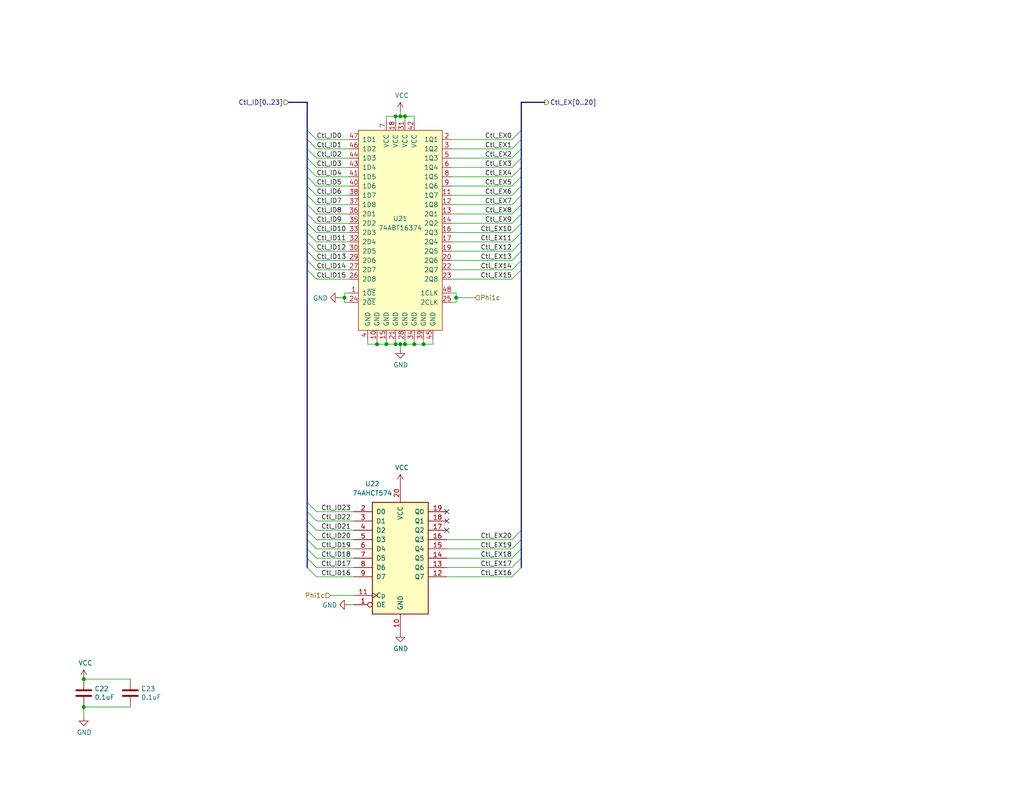
<source format=kicad_sch>
(kicad_sch (version 20230121) (generator eeschema)
  (paper "USLetter")
  (title_block (title "ID/EX Control Register") (date "2023-11-15") (rev "A"))
  (lib_symbols
    (symbol "74xx (kicad5):74ABT16374" (pin_names (offset 1.016))
      (property "Reference" "U" (at 0 1.27 0))
      (property "Value" "74ABT16374" (at 0 -1.27 0))
      (symbol "74ABT16374_0_0"
        (pin input line (at -13.97 -20.32 0) (length 2.54) (name "1~{OE}") (number "1"))
        (pin power_in line (at -6.35 -33.02 90) (length 2.54) (name "GND") (number "10"))
        (pin tri_state line (at 13.97 6.35 180) (length 2.54) (name "1Q7") (number "11"))
        (pin tri_state line (at 13.97 3.81 180) (length 2.54) (name "1Q8") (number "12"))
        (pin tri_state line (at 13.97 1.27 180) (length 2.54) (name "2Q1") (number "13"))
        (pin tri_state line (at 13.97 -1.27 180) (length 2.54) (name "2Q2") (number "14"))
        (pin power_in line (at -3.81 -33.02 90) (length 2.54) (name "GND") (number "15"))
        (pin tri_state line (at 13.97 -3.81 180) (length 2.54) (name "2Q3") (number "16"))
        (pin tri_state line (at 13.97 -6.35 180) (length 2.54) (name "2Q4") (number "17"))
        (pin power_in line (at -1.27 26.67 270) (length 2.54) (name "VCC") (number "18"))
        (pin tri_state line (at 13.97 -8.89 180) (length 2.54) (name "2Q5") (number "19"))
        (pin tri_state line (at 13.97 21.59 180) (length 2.54) (name "1Q1") (number "2"))
        (pin tri_state line (at 13.97 -11.43 180) (length 2.54) (name "2Q6") (number "20"))
        (pin power_in line (at -1.27 -33.02 90) (length 2.54) (name "GND") (number "21"))
        (pin tri_state line (at 13.97 -13.97 180) (length 2.54) (name "2Q7") (number "22"))
        (pin tri_state line (at 13.97 -16.51 180) (length 2.54) (name "2Q8") (number "23"))
        (pin input line (at -13.97 -22.86 0) (length 2.54) (name "2~{OE}") (number "24"))
        (pin input line (at 13.97 -22.86 180) (length 2.54) (name "2CLK") (number "25"))
        (pin input line (at -13.97 -16.51 0) (length 2.54) (name "2D8") (number "26"))
        (pin input line (at -13.97 -13.97 0) (length 2.54) (name "2D7") (number "27"))
        (pin power_in line (at 1.27 -33.02 90) (length 2.54) (name "GND") (number "28"))
        (pin input line (at -13.97 -11.43 0) (length 2.54) (name "2D6") (number "29"))
        (pin tri_state line (at 13.97 19.05 180) (length 2.54) (name "1Q2") (number "3"))
        (pin input line (at -13.97 -8.89 0) (length 2.54) (name "2D5") (number "30"))
        (pin power_in line (at 1.27 26.67 270) (length 2.54) (name "VCC") (number "31"))
        (pin input line (at -13.97 -6.35 0) (length 2.54) (name "2D4") (number "32"))
        (pin input line (at -13.97 -3.81 0) (length 2.54) (name "2D3") (number "33"))
        (pin power_in line (at 3.81 -33.02 90) (length 2.54) (name "GND") (number "34"))
        (pin input line (at -13.97 -1.27 0) (length 2.54) (name "2D2") (number "35"))
        (pin input line (at -13.97 1.27 0) (length 2.54) (name "2D1") (number "36"))
        (pin input line (at -13.97 3.81 0) (length 2.54) (name "1D8") (number "37"))
        (pin input line (at -13.97 6.35 0) (length 2.54) (name "1D7") (number "38"))
        (pin power_in line (at 6.35 -33.02 90) (length 2.54) (name "GND") (number "39"))
        (pin power_in line (at -8.89 -33.02 90) (length 2.54) (name "GND") (number "4"))
        (pin input line (at -13.97 8.89 0) (length 2.54) (name "1D6") (number "40"))
        (pin input line (at -13.97 11.43 0) (length 2.54) (name "1D5") (number "41"))
        (pin power_in line (at 3.81 26.67 270) (length 2.54) (name "VCC") (number "42"))
        (pin input line (at -13.97 13.97 0) (length 2.54) (name "1D4") (number "43"))
        (pin input line (at -13.97 16.51 0) (length 2.54) (name "1D3") (number "44"))
        (pin power_in line (at 8.89 -33.02 90) (length 2.54) (name "GND") (number "45"))
        (pin input line (at -13.97 19.05 0) (length 2.54) (name "1D2") (number "46"))
        (pin input line (at -13.97 21.59 0) (length 2.54) (name "1D1") (number "47"))
        (pin input line (at 13.97 -20.32 180) (length 2.54) (name "1CLK") (number "48"))
        (pin tri_state line (at 13.97 16.51 180) (length 2.54) (name "1Q3") (number "5"))
        (pin tri_state line (at 13.97 13.97 180) (length 2.54) (name "1Q4") (number "6"))
        (pin power_in line (at -3.81 26.67 270) (length 2.54) (name "VCC") (number "7"))
        (pin tri_state line (at 13.97 11.43 180) (length 2.54) (name "1Q5") (number "8"))
        (pin tri_state line (at 13.97 8.89 180) (length 2.54) (name "1Q6") (number "9"))
      )
      (symbol "74ABT16374_0_1"
        (rectangle (start -11.43 24.13) (end 11.43 -30.48) (fill (type background)))
      )
    )
    (symbol "74xx:74LS574" (pin_names (offset 1.016))
      (property "Reference" "U" (at -7.62 16.51 0))
      (property "Value" "74LS574" (at -7.62 -16.51 0))
      (symbol "74LS574_1_0"
        (pin input inverted (at -12.7 -12.7 0) (length 5.08) (name "OE") (number "1"))
        (pin power_in line (at 0 -20.32 90) (length 5.08) (name "GND") (number "10"))
        (pin input clock (at -12.7 -10.16 0) (length 5.08) (name "Cp") (number "11"))
        (pin tri_state line (at 12.7 -5.08 180) (length 5.08) (name "Q7") (number "12"))
        (pin tri_state line (at 12.7 -2.54 180) (length 5.08) (name "Q6") (number "13"))
        (pin tri_state line (at 12.7 0 180) (length 5.08) (name "Q5") (number "14"))
        (pin tri_state line (at 12.7 2.54 180) (length 5.08) (name "Q4") (number "15"))
        (pin tri_state line (at 12.7 5.08 180) (length 5.08) (name "Q3") (number "16"))
        (pin tri_state line (at 12.7 7.62 180) (length 5.08) (name "Q2") (number "17"))
        (pin tri_state line (at 12.7 10.16 180) (length 5.08) (name "Q1") (number "18"))
        (pin tri_state line (at 12.7 12.7 180) (length 5.08) (name "Q0") (number "19"))
        (pin input line (at -12.7 12.7 0) (length 5.08) (name "D0") (number "2"))
        (pin power_in line (at 0 20.32 270) (length 5.08) (name "VCC") (number "20"))
        (pin input line (at -12.7 10.16 0) (length 5.08) (name "D1") (number "3"))
        (pin input line (at -12.7 7.62 0) (length 5.08) (name "D2") (number "4"))
        (pin input line (at -12.7 5.08 0) (length 5.08) (name "D3") (number "5"))
        (pin input line (at -12.7 2.54 0) (length 5.08) (name "D4") (number "6"))
        (pin input line (at -12.7 0 0) (length 5.08) (name "D5") (number "7"))
        (pin input line (at -12.7 -2.54 0) (length 5.08) (name "D6") (number "8"))
        (pin input line (at -12.7 -5.08 0) (length 5.08) (name "D7") (number "9"))
      )
      (symbol "74LS574_1_1"
        (rectangle (start -7.62 15.24) (end 7.62 -15.24) (stroke (width 0.254)) (fill (type background)))
      )
    )
    (symbol "Device:C" (pin_numbers hide) (pin_names (offset 0.254))
      (property "Reference" "C" (at 0.635 2.54 0))
      (property "Value" "C" (at 0.635 -2.54 0))
      (symbol "C_0_1"
        (polyline (pts (xy -2.032 -0.762) (xy 2.032 -0.762)) (stroke (width 0.508)))
        (polyline (pts (xy -2.032 0.762) (xy 2.032 0.762)) (stroke (width 0.508)))
      )
      (symbol "C_1_1"
        (pin passive line (at 0 3.81 270) (length 2.794) (name "~") (number "1"))
        (pin passive line (at 0 -3.81 90) (length 2.794) (name "~") (number "2"))
      )
    )
    (symbol "power:GND" (power) (pin_names (offset 0))
      (property "Value" "GND" (at 0 -3.81 0))
      (symbol "GND_0_1"
        (polyline (pts (xy 0 0) (xy 0 -1.27) (xy 1.27 -1.27) (xy 0 -2.54) (xy -1.27 -1.27) (xy 0 -1.27)))
      )
      (symbol "GND_1_1"
        (pin power_in line (at 0 0 270) (length 0) hide (name "GND") (number "1"))
      )
    )
    (symbol "power:VCC" (power) (pin_names (offset 0))
      (property "Value" "VCC" (at 0 3.81 0))
      (symbol "VCC_0_1"
        (polyline (pts (xy -0.762 1.27) (xy 0 2.54)))
        (polyline (pts (xy 0 0) (xy 0 2.54)))
        (polyline (pts (xy 0 2.54) (xy 0.762 1.27)))
      )
      (symbol "VCC_1_1"
        (pin power_in line (at 0 0 90) (length 0) hide (name "VCC") (number "1"))
      )
    )
  )
  (junction (at 110.49 31.75))
  (junction (at 110.49 93.98))
  (junction (at 107.95 31.75))
  (junction (at 22.86 193.04))
  (junction (at 93.98 81.28))
  (junction (at 22.86 185.42))
  (junction (at 124.46 81.28))
  (junction (at 107.95 93.98))
  (junction (at 109.22 31.75))
  (junction (at 109.22 93.98))
  (junction (at 105.41 93.98))
  (junction (at 102.87 93.98))
  (junction (at 113.03 93.98))
  (junction (at 115.57 93.98))
  (no_connect (at 121.92 139.7))
  (no_connect (at 121.92 142.24))
  (no_connect (at 121.92 144.78))
  (bus_entry (at 142.24 53.34) (size -2.54 2.54))
  (bus_entry (at 83.82 55.88) (size 2.54 2.54))
  (bus_entry (at 142.24 68.58) (size -2.54 2.54))
  (bus_entry (at 83.82 58.42) (size 2.54 2.54))
  (bus_entry (at 142.24 43.18) (size -2.54 2.54))
  (bus_entry (at 83.82 152.4) (size 2.54 2.54))
  (bus_entry (at 83.82 144.78) (size 2.54 2.54))
  (bus_entry (at 142.24 38.1) (size -2.54 2.54))
  (bus_entry (at 142.24 152.4) (size -2.54 2.54))
  (bus_entry (at 142.24 71.12) (size -2.54 2.54))
  (bus_entry (at 142.24 40.64) (size -2.54 2.54))
  (bus_entry (at 83.82 60.96) (size 2.54 2.54))
  (bus_entry (at 83.82 43.18) (size 2.54 2.54))
  (bus_entry (at 83.82 137.16) (size 2.54 2.54))
  (bus_entry (at 83.82 139.7) (size 2.54 2.54))
  (bus_entry (at 83.82 142.24) (size 2.54 2.54))
  (bus_entry (at 142.24 35.56) (size -2.54 2.54))
  (bus_entry (at 83.82 63.5) (size 2.54 2.54))
  (bus_entry (at 142.24 50.8) (size -2.54 2.54))
  (bus_entry (at 142.24 60.96) (size -2.54 2.54))
  (bus_entry (at 83.82 147.32) (size 2.54 2.54))
  (bus_entry (at 83.82 48.26) (size 2.54 2.54))
  (bus_entry (at 83.82 38.1) (size 2.54 2.54))
  (bus_entry (at 142.24 63.5) (size -2.54 2.54))
  (bus_entry (at 83.82 35.56) (size 2.54 2.54))
  (bus_entry (at 83.82 53.34) (size 2.54 2.54))
  (bus_entry (at 83.82 45.72) (size 2.54 2.54))
  (bus_entry (at 83.82 68.58) (size 2.54 2.54))
  (bus_entry (at 142.24 48.26) (size -2.54 2.54))
  (bus_entry (at 142.24 154.94) (size -2.54 2.54))
  (bus_entry (at 142.24 149.86) (size -2.54 2.54))
  (bus_entry (at 142.24 45.72) (size -2.54 2.54))
  (bus_entry (at 142.24 58.42) (size -2.54 2.54))
  (bus_entry (at 83.82 149.86) (size 2.54 2.54))
  (bus_entry (at 142.24 66.04) (size -2.54 2.54))
  (bus_entry (at 142.24 55.88) (size -2.54 2.54))
  (bus_entry (at 142.24 147.32) (size -2.54 2.54))
  (bus_entry (at 83.82 50.8) (size 2.54 2.54))
  (bus_entry (at 142.24 144.78) (size -2.54 2.54))
  (bus_entry (at 83.82 66.04) (size 2.54 2.54))
  (bus_entry (at 83.82 71.12) (size 2.54 2.54))
  (bus_entry (at 83.82 154.94) (size 2.54 2.54))
  (bus_entry (at 83.82 40.64) (size 2.54 2.54))
  (bus_entry (at 83.82 73.66) (size 2.54 2.54))
  (bus_entry (at 142.24 73.66) (size -2.54 2.54))
  (wire (pts (xy 86.36 43.18) (xy 95.25 43.18)))
  (bus (pts (xy 83.82 38.1) (xy 83.82 40.64)))
  (wire (pts (xy 139.7 154.94) (xy 121.92 154.94)))
  (wire (pts (xy 124.46 82.55) (xy 123.19 82.55)))
  (bus (pts (xy 83.82 27.94) (xy 83.82 35.56)))
  (wire (pts (xy 100.33 92.71) (xy 100.33 93.98)))
  (bus (pts (xy 142.24 27.94) (xy 142.24 35.56)))
  (wire (pts (xy 139.7 60.96) (xy 123.19 60.96)))
  (wire (pts (xy 139.7 38.1) (xy 123.19 38.1)))
  (wire (pts (xy 115.57 92.71) (xy 115.57 93.98)))
  (wire (pts (xy 107.95 93.98) (xy 109.22 93.98)))
  (wire (pts (xy 35.56 193.04) (xy 22.86 193.04)))
  (wire (pts (xy 86.36 53.34) (xy 95.25 53.34)))
  (wire (pts (xy 107.95 31.75) (xy 109.22 31.75)))
  (wire (pts (xy 86.36 68.58) (xy 95.25 68.58)))
  (bus (pts (xy 83.82 35.56) (xy 83.82 38.1)))
  (wire (pts (xy 86.36 66.04) (xy 95.25 66.04)))
  (bus (pts (xy 142.24 45.72) (xy 142.24 48.26)))
  (wire (pts (xy 139.7 157.48) (xy 121.92 157.48)))
  (bus (pts (xy 83.82 152.4) (xy 83.82 154.94)))
  (wire (pts (xy 86.36 55.88) (xy 95.25 55.88)))
  (wire (pts (xy 109.22 93.98) (xy 109.22 95.25)))
  (wire (pts (xy 139.7 55.88) (xy 123.19 55.88)))
  (bus (pts (xy 83.82 137.16) (xy 83.82 139.7)))
  (wire (pts (xy 113.03 31.75) (xy 113.03 33.02)))
  (wire (pts (xy 139.7 43.18) (xy 123.19 43.18)))
  (wire (pts (xy 93.98 81.28) (xy 93.98 82.55)))
  (wire (pts (xy 109.22 31.75) (xy 110.49 31.75)))
  (bus (pts (xy 142.24 53.34) (xy 142.24 55.88)))
  (wire (pts (xy 109.22 93.98) (xy 110.49 93.98)))
  (bus (pts (xy 83.82 43.18) (xy 83.82 45.72)))
  (bus (pts (xy 142.24 35.56) (xy 142.24 38.1)))
  (wire (pts (xy 139.7 66.04) (xy 123.19 66.04)))
  (bus (pts (xy 142.24 149.86) (xy 142.24 152.4)))
  (bus (pts (xy 142.24 55.88) (xy 142.24 58.42)))
  (bus (pts (xy 83.82 68.58) (xy 83.82 71.12)))
  (bus (pts (xy 142.24 40.64) (xy 142.24 43.18)))
  (bus (pts (xy 142.24 147.32) (xy 142.24 149.86)))
  (wire (pts (xy 105.41 92.71) (xy 105.41 93.98)))
  (wire (pts (xy 139.7 53.34) (xy 123.19 53.34)))
  (bus (pts (xy 83.82 144.78) (xy 83.82 147.32)))
  (wire (pts (xy 86.36 73.66) (xy 95.25 73.66)))
  (wire (pts (xy 86.36 144.78) (xy 96.52 144.78)))
  (bus (pts (xy 83.82 63.5) (xy 83.82 66.04)))
  (wire (pts (xy 102.87 92.71) (xy 102.87 93.98)))
  (wire (pts (xy 86.36 63.5) (xy 95.25 63.5)))
  (wire (pts (xy 110.49 93.98) (xy 113.03 93.98)))
  (wire (pts (xy 86.36 58.42) (xy 95.25 58.42)))
  (bus (pts (xy 148.59 27.94) (xy 142.24 27.94)))
  (wire (pts (xy 86.36 149.86) (xy 96.52 149.86)))
  (wire (pts (xy 139.7 147.32) (xy 121.92 147.32)))
  (wire (pts (xy 139.7 152.4) (xy 121.92 152.4)))
  (bus (pts (xy 142.24 63.5) (xy 142.24 66.04)))
  (wire (pts (xy 86.36 76.2) (xy 95.25 76.2)))
  (bus (pts (xy 142.24 73.66) (xy 142.24 144.78)))
  (wire (pts (xy 86.36 45.72) (xy 95.25 45.72)))
  (bus (pts (xy 142.24 66.04) (xy 142.24 68.58)))
  (wire (pts (xy 22.86 195.58) (xy 22.86 193.04)))
  (wire (pts (xy 86.36 71.12) (xy 95.25 71.12)))
  (wire (pts (xy 123.19 80.01) (xy 124.46 80.01)))
  (wire (pts (xy 86.36 147.32) (xy 96.52 147.32)))
  (wire (pts (xy 93.98 80.01) (xy 93.98 81.28)))
  (wire (pts (xy 109.22 30.48) (xy 109.22 31.75)))
  (bus (pts (xy 142.24 58.42) (xy 142.24 60.96)))
  (wire (pts (xy 86.36 38.1) (xy 95.25 38.1)))
  (wire (pts (xy 110.49 31.75) (xy 113.03 31.75)))
  (wire (pts (xy 118.11 93.98) (xy 118.11 92.71)))
  (wire (pts (xy 86.36 157.48) (xy 96.52 157.48)))
  (bus (pts (xy 142.24 152.4) (xy 142.24 154.94)))
  (wire (pts (xy 139.7 50.8) (xy 123.19 50.8)))
  (wire (pts (xy 102.87 93.98) (xy 105.41 93.98)))
  (wire (pts (xy 90.17 162.56) (xy 96.52 162.56)))
  (wire (pts (xy 107.95 92.71) (xy 107.95 93.98)))
  (bus (pts (xy 83.82 50.8) (xy 83.82 53.34)))
  (bus (pts (xy 83.82 71.12) (xy 83.82 73.66)))
  (wire (pts (xy 107.95 33.02) (xy 107.95 31.75)))
  (bus (pts (xy 83.82 73.66) (xy 83.82 137.16)))
  (wire (pts (xy 124.46 81.28) (xy 129.54 81.28)))
  (wire (pts (xy 110.49 92.71) (xy 110.49 93.98)))
  (wire (pts (xy 86.36 48.26) (xy 95.25 48.26)))
  (wire (pts (xy 86.36 142.24) (xy 96.52 142.24)))
  (wire (pts (xy 86.36 152.4) (xy 96.52 152.4)))
  (bus (pts (xy 142.24 43.18) (xy 142.24 45.72)))
  (wire (pts (xy 105.41 33.02) (xy 105.41 31.75)))
  (bus (pts (xy 83.82 149.86) (xy 83.82 152.4)))
  (wire (pts (xy 113.03 93.98) (xy 115.57 93.98)))
  (bus (pts (xy 142.24 38.1) (xy 142.24 40.64)))
  (wire (pts (xy 93.98 81.28) (xy 92.71 81.28)))
  (wire (pts (xy 139.7 63.5) (xy 123.19 63.5)))
  (bus (pts (xy 83.82 45.72) (xy 83.82 48.26)))
  (wire (pts (xy 105.41 93.98) (xy 107.95 93.98)))
  (bus (pts (xy 83.82 53.34) (xy 83.82 55.88)))
  (wire (pts (xy 139.7 48.26) (xy 123.19 48.26)))
  (bus (pts (xy 142.24 144.78) (xy 142.24 147.32)))
  (wire (pts (xy 100.33 93.98) (xy 102.87 93.98)))
  (wire (pts (xy 115.57 93.98) (xy 118.11 93.98)))
  (bus (pts (xy 78.74 27.94) (xy 83.82 27.94)))
  (bus (pts (xy 83.82 142.24) (xy 83.82 144.78)))
  (wire (pts (xy 139.7 68.58) (xy 123.19 68.58)))
  (wire (pts (xy 113.03 92.71) (xy 113.03 93.98)))
  (wire (pts (xy 139.7 45.72) (xy 123.19 45.72)))
  (bus (pts (xy 83.82 48.26) (xy 83.82 50.8)))
  (bus (pts (xy 83.82 40.64) (xy 83.82 43.18)))
  (wire (pts (xy 110.49 33.02) (xy 110.49 31.75)))
  (bus (pts (xy 83.82 147.32) (xy 83.82 149.86)))
  (wire (pts (xy 95.25 165.1) (xy 96.52 165.1)))
  (wire (pts (xy 139.7 40.64) (xy 123.19 40.64)))
  (bus (pts (xy 83.82 66.04) (xy 83.82 68.58)))
  (bus (pts (xy 142.24 48.26) (xy 142.24 50.8)))
  (bus (pts (xy 142.24 71.12) (xy 142.24 73.66)))
  (bus (pts (xy 83.82 139.7) (xy 83.82 142.24)))
  (wire (pts (xy 95.25 80.01) (xy 93.98 80.01)))
  (wire (pts (xy 86.36 40.64) (xy 95.25 40.64)))
  (wire (pts (xy 22.86 185.42) (xy 35.56 185.42)))
  (wire (pts (xy 86.36 139.7) (xy 96.52 139.7)))
  (bus (pts (xy 142.24 68.58) (xy 142.24 71.12)))
  (bus (pts (xy 83.82 58.42) (xy 83.82 60.96)))
  (wire (pts (xy 139.7 149.86) (xy 121.92 149.86)))
  (wire (pts (xy 124.46 80.01) (xy 124.46 81.28)))
  (bus (pts (xy 83.82 60.96) (xy 83.82 63.5)))
  (wire (pts (xy 139.7 76.2) (xy 123.19 76.2)))
  (wire (pts (xy 86.36 50.8) (xy 95.25 50.8)))
  (wire (pts (xy 139.7 71.12) (xy 123.19 71.12)))
  (bus (pts (xy 83.82 55.88) (xy 83.82 58.42)))
  (bus (pts (xy 142.24 50.8) (xy 142.24 53.34)))
  (wire (pts (xy 93.98 82.55) (xy 95.25 82.55)))
  (wire (pts (xy 105.41 31.75) (xy 107.95 31.75)))
  (wire (pts (xy 139.7 58.42) (xy 123.19 58.42)))
  (wire (pts (xy 86.36 154.94) (xy 96.52 154.94)))
  (wire (pts (xy 139.7 73.66) (xy 123.19 73.66)))
  (wire (pts (xy 124.46 81.28) (xy 124.46 82.55)))
  (wire (pts (xy 86.36 60.96) (xy 95.25 60.96)))
  (bus (pts (xy 142.24 60.96) (xy 142.24 63.5)))
  (label "Ctl_EX0" (at 139.7 38.1 180))
  (label "Ctl_EX11" (at 139.7 66.04 180))
  (label "Ctl_EX8" (at 139.7 58.42 180))
  (label "Ctl_ID14" (at 86.36 73.66 0))
  (label "Ctl_ID12" (at 86.36 68.58 0))
  (label "Ctl_EX9" (at 139.7 60.96 180))
  (label "Ctl_ID17" (at 87.63 154.94 0))
  (label "Ctl_EX10" (at 139.7 63.5 180))
  (label "Ctl_EX16" (at 139.7 157.48 180))
  (label "Ctl_ID7" (at 86.36 55.88 0))
  (label "Ctl_ID0" (at 86.36 38.1 0))
  (label "Ctl_ID3" (at 86.36 45.72 0))
  (label "Ctl_EX18" (at 139.7 152.4 180))
  (label "Ctl_EX12" (at 139.7 68.58 180))
  (label "Ctl_ID22" (at 87.63 142.24 0))
  (label "Ctl_EX20" (at 139.7 147.32 180))
  (label "Ctl_EX15" (at 139.7 76.2 180))
  (label "Ctl_ID21" (at 87.63 144.78 0))
  (label "Ctl_ID2" (at 86.36 43.18 0))
  (label "Ctl_ID15" (at 86.36 76.2 0))
  (label "Ctl_EX5" (at 139.7 50.8 180))
  (label "Ctl_ID13" (at 86.36 71.12 0))
  (label "Ctl_ID4" (at 86.36 48.26 0))
  (label "Ctl_EX7" (at 139.7 55.88 180))
  (label "Ctl_EX17" (at 139.7 154.94 180))
  (label "Ctl_EX1" (at 139.7 40.64 180))
  (label "Ctl_ID11" (at 86.36 66.04 0))
  (label "Ctl_EX2" (at 139.7 43.18 180))
  (label "Ctl_ID16" (at 87.63 157.48 0))
  (label "Ctl_ID6" (at 86.36 53.34 0))
  (label "Ctl_ID1" (at 86.36 40.64 0))
  (label "Ctl_ID8" (at 86.36 58.42 0))
  (label "Ctl_EX6" (at 139.7 53.34 180))
  (label "Ctl_ID20" (at 87.63 147.32 0))
  (label "Ctl_ID18" (at 87.63 152.4 0))
  (label "Ctl_ID19" (at 87.63 149.86 0))
  (label "Ctl_EX3" (at 139.7 45.72 180))
  (label "Ctl_ID10" (at 86.36 63.5 0))
  (label "Ctl_ID9" (at 86.36 60.96 0))
  (label "Ctl_EX4" (at 139.7 48.26 180))
  (label "Ctl_ID23" (at 87.63 139.7 0))
  (label "Ctl_EX19" (at 139.7 149.86 180))
  (label "Ctl_ID5" (at 86.36 50.8 0))
  (label "Ctl_EX14" (at 139.7 73.66 180))
  (label "Ctl_EX13" (at 139.7 71.12 180))
  (hierarchical_label "Ctl_ID[0..23]" (shape input) (at 78.74 27.94 180))
  (hierarchical_label "Phi1c" (shape input) (at 129.54 81.28 0))
  (hierarchical_label "Ctl_EX[0..20]" (shape output) (at 148.59 27.94 0))
  (hierarchical_label "Phi1c" (shape input) (at 90.17 162.56 180))
  (symbol (lib_id "Device:C") (at 22.86 189.23 0) (unit 1)
    (property "Reference" "C22" (at 25.781 188.0616 0) (effects (justify left)))
    (property "Value" "0.1uF" (at 25.781 190.373 0) (effects (justify left)))
    (property "Footprint" "Capacitor_SMD:C_0603_1608Metric_Pad1.08x0.95mm_HandSolder" (effects hide))
    (property "Mouser" "https://www.mouser.com/ProductDetail/963-EMK107B7104KAHT" (effects hide))
  )
  (symbol (lib_id "power:VCC") (at 22.86 185.42 0) (unit 1)
    (property "Reference" "#PWR0120" (effects hide))
    (property "Value" "VCC" (at 23.2918 181.0258 0))
  )
  (symbol (lib_id "power:GND") (at 22.86 195.58 0) (unit 1)
    (property "Reference" "#PWR0121" (effects hide))
    (property "Value" "GND" (at 22.987 199.9742 0))
  )
  (symbol (lib_id "Device:C") (at 35.56 189.23 0) (unit 1)
    (property "Reference" "C23" (at 38.481 188.0616 0) (effects (justify left)))
    (property "Value" "0.1uF" (at 38.481 190.373 0) (effects (justify left)))
    (property "Footprint" "Capacitor_SMD:C_0603_1608Metric_Pad1.08x0.95mm_HandSolder" (effects hide))
    (property "Mouser" "https://www.mouser.com/ProductDetail/963-EMK107B7104KAHT" (effects hide))
  )
  (symbol (lib_id "power:GND") (at 109.22 172.72 0) (unit 1)
    (property "Reference" "#PWR0127" (effects hide))
    (property "Value" "GND" (at 109.347 177.1142 0))
  )
  (symbol (lib_id "power:VCC") (at 109.22 132.08 0) (unit 1)
    (property "Reference" "#PWR0126" (effects hide))
    (property "Value" "VCC" (at 109.6518 127.6858 0))
  )
  (symbol (lib_id "74xx:74LS574") (at 109.22 152.4 0) (unit 1)
    (property "Reference" "U22" (at 101.6 132.08 0))
    (property "Value" "74AHCT574" (at 101.6 134.62 0))
    (property "Footprint" "Package_SO:TSSOP-20_4.4x6.5mm_P0.65mm" (effects hide))
    (property "Datasheet" "http://www.ti.com/lit/gpn/sn74LS574" (effects hide))
    (property "Mouser" "https://www.mouser.com/ProductDetail/Nexperia/74AHCT574PW112?qs=P62ublwmbi85GCU3A0NEsQ%3D%3D" (effects hide))
  )
  (symbol (lib_id "power:GND") (at 95.25 165.1 270) (unit 1)
    (property "Reference" "#PWR0123" (effects hide))
    (property "Value" "GND" (at 91.9988 165.227 90) (effects (justify right)))
  )
  (symbol (lib_id "power:GND") (at 92.71 81.28 270) (unit 1)
    (property "Reference" "#PWR0122" (effects hide))
    (property "Value" "GND" (at 89.4588 81.407 90) (effects (justify right)))
  )
  (symbol (lib_id "power:VCC") (at 109.22 30.48 0) (unit 1)
    (property "Reference" "#PWR0124" (effects hide))
    (property "Value" "VCC" (at 109.6518 26.0858 0))
  )
  (symbol (lib_id "power:GND") (at 109.22 95.25 0) (unit 1)
    (property "Reference" "#PWR0125" (effects hide))
    (property "Value" "GND" (at 109.347 99.6442 0))
  )
  (symbol (lib_id "74xx (kicad5):74ABT16374") (at 109.22 59.69 0) (unit 1)
    (property "Reference" "U21" (at 109.22 59.69 0))
    (property "Value" "74ABT16374" (at 109.22 62.23 0))
    (property "Footprint" "Package_SO:TSSOP-48_6.1x12.5mm_P0.5mm" (effects hide))
    (property "Datasheet" "https://www.ti.com/lit/ds/symlink/sn74abt16374a.pdf?HQS=dis-mous-null-mousermode-dsf-pf-null-wwe&ts=1617318801237" (effects hide))
    (property "Mouser" "https://www.mouser.com/ProductDetail/Texas-Instruments/SN74ABT16374ADGGR?qs=%2Fha2pyFadui8Wf%2F61v2joCyY9bOa3peBR5btn0VUHs8%3D" (effects hide))
  )
)
</source>
